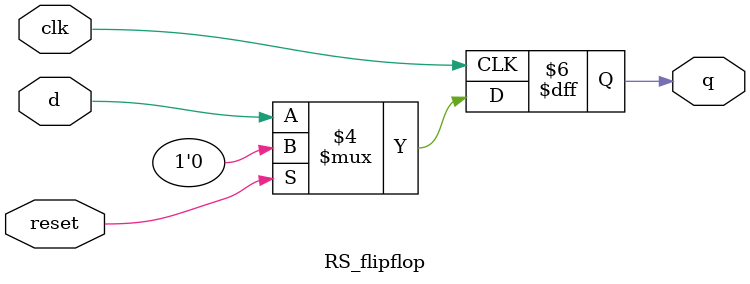
<source format=sv>
module RS_flipflop(input logic clk, d, reset,
						output logic q);
	always_ff @(posedge clk)
	begin
	if (reset == 1)
		begin
			q <= 0;
		end
	else
		begin
			q <= d;
		end
	end
endmodule
</source>
